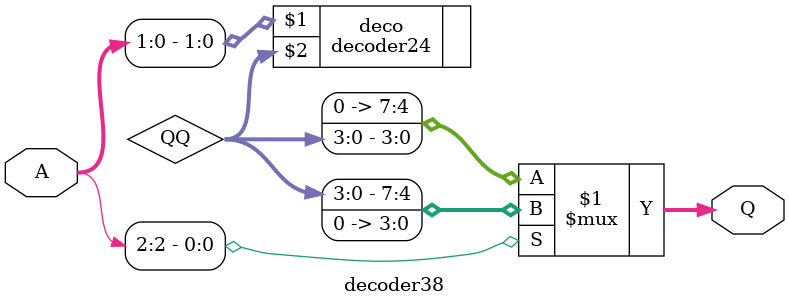
<source format=v>
module decoder38(input [2:0] A, output [7:0]Q);
	wire [3:0] QQ;
	decoder24 deco(A[1:0], QQ);
	assign Q = A[2] ? {QQ, 4'b0000} : {4'b0000, QQ};
endmodule
</source>
